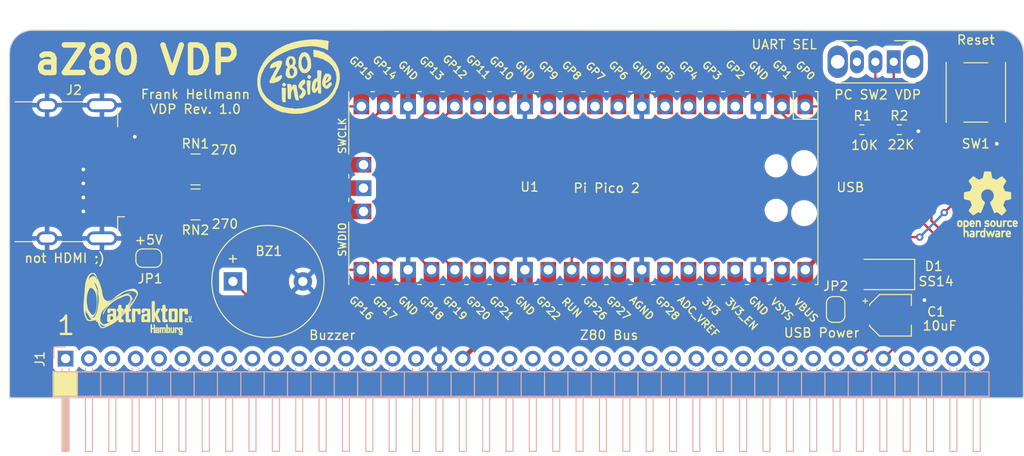
<source format=kicad_pcb>
(kicad_pcb (version 20240108) (generator "pcbnew") (generator_version "8.0")
  (layers (0 "F.Cu" signal) (31 "B.Cu" signal) (34 "B.Paste" user) (35 "F.Paste" user) (36 "B.SilkS" user "B.Silkscreen") (37 "F.SilkS" user "F.Silkscreen") (38 "B.Mask" user) (39 "F.Mask" user) (44 "Edge.Cuts" user))
  (net 0 "")
  (net 1 "/USR4")
  (net 2 "/USR3")
  (net 3 "/USR2")
  (net 4 "/USR1")
  (net 5 "/RX")
  (net 6 "/TX")
  (net 7 "/D7")
  (net 8 "/D6")
  (net 9 "/D5")
  (net 10 "/D4")
  (net 11 "/D3")
  (net 12 "/D2")
  (net 13 "/D1")
  (net 14 "/D0")
  (net 15 "/IORQ")
  (net 16 "/RD")
  (net 17 "/WR")
  (net 18 "/MREQ")
  (net 19 "/CLOCK")
  (net 20 "/RESET")
  (net 21 "/M1")
  (net 22 "VCC")
  (net 23 "GND")
  (net 24 "/A0")
  (net 25 "/A1")
  (net 26 "/A2")
  (net 27 "/A3")
  (net 28 "/A4")
  (net 29 "/A5")
  (net 30 "/A6")
  (net 31 "/A7")
  (net 32 "/A8")
  (net 33 "/A9")
  (net 34 "/A10")
  (net 35 "/A11")
  (net 36 "/A12")
  (net 37 "/A13")
  (net 38 "/A14")
  (net 39 "/A15")
  (net 40 "Net-(BZ1-+)")
  (net 41 "Net-(D1-K)")
  (net 43 "Net-(J2-D0-)")
  (net 44 "/INT")
  (net 47 "Net-(J2-D1-)")
  (net 48 "Net-(J2-D2+)")
  (net 49 "Net-(J2-CK+)")
  (net 50 "Net-(J2-D0+)")
  (net 53 "Net-(J2-CK-)")
  (net 54 "Net-(J2-D1+)")
  (net 55 "Net-(J2-+5V)")
  (net 56 "Net-(J2-D2-)")
  (net 57 "Net-(RN1-R1.2)")
  (net 58 "Net-(RN1-R2.2)")
  (net 59 "Net-(RN1-R3.2)")
  (net 60 "Net-(RN1-R4.2)")
  (net 61 "Net-(RN2-R1.2)")
  (net 62 "Net-(RN2-R4.2)")
  (net 63 "Net-(RN2-R3.2)")
  (net 64 "Net-(RN2-R2.2)")
  (net 65 "Net-(U1-RUN)")
  (net 111 "/TXD")
  (net 112 "/RXD")
  (footprint "Backplane:attraktor" (layer "F.Cu") (at 96.901 104.267)
    (property "Reference" "G***" (hide yes))
    (property "Value" "LOGO" (hide yes))
  )
  (footprint "Backplane:osh_logo" (layer "F.Cu") (at 189.210209 93.403364)
    (property "Reference" "G***" (hide yes))
    (property "Value" "LOGO" (hide yes))
  )
  (footprint "Backplane:Z80_inside" (layer "F.Cu") (at 114.3 79.248)
    (property "Reference" "G***" (hide yes))
    (property "Value" "LOGO" (hide yes))
  )
  (footprint "Jumper:SolderJumper-2_P1.3mm_Open_RoundedPad1.0x1.5mm" (layer "F.Cu") (at 172.72 104.648 -90)
    (property "Reference" "JP2" (at -2.54 0 360) (layer "F.SilkS"))
    (property "Value" "USB Power" (at 2.54 1.524 180) (layer "F.SilkS"))
    (pad "1" smd custom (at -0.65 0 270) (size 1 0.5) (layers "F.Cu" "F.Mask") (net 41 "Net-(D1-K)") (options (clearance outline) (anchor rect)) (primitives (gr_circle (center 0 0.25) (end 0.5 0.25) (width 0) (fill yes)) (gr_circle (center 0 -0.25) (end 0.5 -0.25) (width 0) (fill yes)) (gr_poly (pts (xy 0.5 0.75) (xy 0 0.75) (xy 0 -0.75) (xy 0.5 -0.75)) (width 0) (fill yes))))
    (pad "2" smd custom (at 0.65 0 270) (size 1 0.5) (layers "F.Cu" "F.Mask") (net 22 "VCC") (options (clearance outline) (anchor rect)) (primitives (gr_circle (center 0 0.25) (end 0.5 0.25) (width 0) (fill yes)) (gr_circle (center 0 -0.25) (end 0.5 -0.25) (width 0) (fill yes)) (gr_poly (pts (xy 0 0.75) (xy -0.5 0.75) (xy -0.5 -0.75) (xy 0 -0.75)) (width 0) (fill yes))))
  )
  (footprint "Resistor_SMD:R_Array_Convex_4x0603" (layer "F.Cu") (at 103.124 93.218)
    (property "Reference" "RN2" (at 0 2.794 0) (layer "F.SilkS"))
    (property "Value" "270" (at 3.2004 2.1336 0) (layer "F.SilkS"))
    (pad "1" smd rect (at -0.9 -1.2) (size 0.8 0.5) (layers "F.Cu" "F.Paste" "F.Mask") (net 47 "Net-(J2-D1-)"))
    (pad "2" smd rect (at -0.9 -0.4) (size 0.8 0.4) (layers "F.Cu" "F.Paste" "F.Mask") (net 54 "Net-(J2-D1+)"))
    (pad "3" smd rect (at -0.9 0.4) (size 0.8 0.4) (layers "F.Cu" "F.Paste" "F.Mask") (net 56 "Net-(J2-D2-)"))
    (pad "4" smd rect (at -0.9 1.2) (size 0.8 0.5) (layers "F.Cu" "F.Paste" "F.Mask") (net 48 "Net-(J2-D2+)"))
    (pad "5" smd rect (at 0.9 1.2) (size 0.8 0.5) (layers "F.Cu" "F.Paste" "F.Mask") (net 62 "Net-(RN2-R4.2)"))
    (pad "6" smd rect (at 0.9 0.4) (size 0.8 0.4) (layers "F.Cu" "F.Paste" "F.Mask") (net 63 "Net-(RN2-R3.2)"))
    (pad "7" smd rect (at 0.9 -0.4) (size 0.8 0.4) (layers "F.Cu" "F.Paste" "F.Mask") (net 64 "Net-(RN2-R2.2)"))
    (pad "8" smd rect (at 0.9 -1.2) (size 0.8 0.5) (layers "F.Cu" "F.Paste" "F.Mask") (net 61 "Net-(RN2-R1.2)"))
  )
  (footprint "Diode_SMD:D_SMA" (layer "F.Cu") (at 177.8 100.838 180)
    (property "Reference" "D1" (at -5.588 0.889 360) (layer "F.SilkS"))
    (property "Value" "SS14" (at -5.842 -0.762 0) (layer "F.SilkS"))
    (pad "1" smd roundrect (at -2 0 180) (size 2.5 1.8) (layers "F.Cu" "F.Paste" "F.Mask") (roundrect_rratio 0.1388888889) (net 41 "Net-(D1-K)"))
    (pad "2" smd roundrect (at 2 0 180) (size 2.5 1.8) (layers "F.Cu" "F.Paste" "F.Mask") (roundrect_rratio 0.1388888889) (net 22 "VCC"))
  )
  (footprint "MCU_RaspberryPi_and_Boards:RPi_Pico_SMD_TH" (layer "F.Cu") (at 145.288 91.44 -90)
    (property "Reference" "U1" (at -0.127 5.842 180) (layer "F.SilkS"))
    (property "Value" "Pi Pico 2" (at 0 -2.54 180) (layer "F.SilkS"))
    (fp_text user "GND" (at -12.8 6.35 135) (layer "F.SilkS") (effects (font (size 0.8 0.8))))
    (fp_text user "ADC_VREF" (at 14 -12.5 135) (layer "F.SilkS") (effects (font (size 0.8 0.8))))
    (fp_text user "3V3" (at 12.9 -13.9 135) (layer "F.SilkS") (effects (font (size 0.8 0.8))))
    (fp_text user "SWCLK" (at -5.7 26.2 90) (layer "F.SilkS") (effects (font (size 0.8 0.8))))
    (fp_text user "GP22" (at 13.054 3.81 135) (layer "F.SilkS") (effects (font (size 0.8 0.8))))
    (fp_text user "AGND" (at 13.054 -6.35 135) (layer "F.SilkS") (effects (font (size 0.8 0.8))))
    (fp_text user "GP11" (at -13.2 11.43 135) (layer "F.SilkS") (effects (font (size 0.8 0.8))))
    (fp_text user "VBUS" (at 13.3 -24.2 135) (layer "F.SilkS") (effects (font (size 0.8 0.8))))
    (fp_text user "SWDIO" (at 5.6 26.2 90) (layer "F.SilkS") (effects (font (size 0.8 0.8))))
    (fp_text user "GND" (at -12.8 -6.35 135) (layer "F.SilkS") (effects (font (size 0.8 0.8))))
    (fp_text user "VSYS" (at 13.2 -21.59 135) (layer "F.SilkS") (effects (font (size 0.8 0.8))))
    (fp_text user "GP13" (at -13.054 16.51 135) (layer "F.SilkS") (effects (font (size 0.8 0.8))))
    (fp_text user "GP19" (at 13.054 13.97 135) (layer "F.SilkS") (effects (font (size 0.8 0.8))))
    (fp_text user "GND" (at -12.8 -19.05 135) (layer "F.SilkS") (effects (font (size 0.8 0.8))))
    (fp_text user "GP10" (at -13.054 8.89 135) (layer "F.SilkS") (effects (font (size 0.8 0.8))))
    (fp_text user "RUN" (at 13 1.27 135) (layer "F.SilkS") (effects (font (size 0.8 0.8))))
    (fp_text user "GP1" (at -12.9 -21.6 135) (layer "F.SilkS") (effects (font (size 0.8 0.8))))
    (fp_text user "GND" (at 12.8 -19.05 135) (layer "F.SilkS") (effects (font (size 0.8 0.8))))
    (fp_text user "GP21" (at 13.054 8.9 135) (layer "F.SilkS") (effects (font (size 0.8 0.8))))
    (fp_text user "3V3_EN" (at 13.7 -17.2 135) (layer "F.SilkS") (effects (font (size 0.8 0.8))))
    (fp_text user "GP16" (at 13.054 24.13 135) (layer "F.SilkS") (effects (font (size 0.8 0.8))))
    (fp_text user "GND" (at 12.8 6.35 135) (layer "F.SilkS") (effects (font (size 0.8 0.8))))
    (fp_text user "GP20" (at 13.054 11.43 135) (layer "F.SilkS") (effects (font (size 0.8 0.8))))
    (fp_text user "GP5" (at -12.8 -8.89 135) (layer "F.SilkS") (effects (font (size 0.8 0.8))))
    (fp_text user "GND" (at 12.8 19.05 135) (layer "F.SilkS") (effects (font (size 0.8 0.8))))
    (fp_text user "GP2" (at -12.9 -16.51 135) (layer "F.SilkS") (effects (font (size 0.8 0.8))))
    (fp_text user "GP4" (at -12.8 -11.43 135) (layer "F.SilkS") (effects (font (size 0.8 0.8))))
    (fp_text user "GP15" (at -13.054 24.13 135) (layer "F.SilkS") (effects (font (size 0.8 0.8))))
    (fp_text user "GP8" (at -12.8 1.27 135) (layer "F.SilkS") (effects (font (size 0.8 0.8))))
    (fp_text user "GP28" (at 13.054 -9.144 135) (layer "F.SilkS") (effects (font (size 0.8 0.8))))
    (fp_text user "GND" (at -12.8 19.05 135) (layer "F.SilkS") (effects (font (size 0.8 0.8))))
    (fp_text user "GP0" (at -12.8 -24.13 135) (layer "F.SilkS") (effects (font (size 0.8 0.8))))
    (fp_text user "GP18" (at 13.054 16.51 135) (layer "F.SilkS") (effects (font (size 0.8 0.8))))
    (fp_text user "GP14" (at -13.1 21.59 135) (layer "F.SilkS") (effects (font (size 0.8 0.8))))
    (fp_text user "GP27" (at 13.054 -3.8 135) (layer "F.SilkS") (effects (font (size 0.8 0.8))))
    (fp_text user "GP26" (at 13.054 -1.27 135) (layer "F.SilkS") (effects (font (size 0.8 0.8))))
    (fp_text user "GP7" (at -12.7 -1.3 135) (layer "F.SilkS") (effects (font (size 0.8 0.8))))
    (fp_text user "GP9" (at -12.8 3.81 135) (layer "F.SilkS") (effects (font (size 0.8 0.8))))
    (fp_text user "GP17" (at 13.054 21.59 135) (layer "F.SilkS") (effects (font (size 0.8 0.8))))
    (fp_text user "GP12" (at -13.2 13.97 135) (layer "F.SilkS") (effects (font (size 0.8 0.8))))
    (fp_text user "GP6" (at -12.8 -3.81 135) (layer "F.SilkS") (effects (font (size 0.8 0.8))))
    (fp_text user "GP3" (at -12.8 -13.97 135) (layer "F.SilkS") (effects (font (size 0.8 0.8))))
    (pad "" np_thru_hole oval (at -2.725 -24 270) (size 1.8 1.8) (drill 1.8) (layers "*.Cu" "*.Mask"))
    (pad "" np_thru_hole oval (at -2.425 -20.97 270) (size 1.5 1.5) (drill 1.5) (layers "*.Cu" "*.Mask"))
    (pad "" np_thru_hole oval (at 2.425 -20.97 270) (size 1.5 1.5) (drill 1.5) (layers "*.Cu" "*.Mask"))
    (pad "" np_thru_hole oval (at 2.725 -24 270) (size 1.8 1.8) (drill 1.8) (layers "*.Cu" "*.Mask"))
    (pad "1" thru_hole oval (at -8.89 -24.13 270) (size 1.7 1.7) (drill 1.02) (layers "*.Cu" "*.Mask") (net 112 "/RXD"))
    (pad "1" smd rect (at -8.89 -24.13 270) (size 3.5 1.7) (drill (offset -0.9 0)) (layers "F.Cu" "F.Mask") (net 112 "/RXD"))
    (pad "2" thru_hole oval (at -8.89 -21.59 270) (size 1.7 1.7) (drill 1.02) (layers "*.Cu" "*.Mask") (net 111 "/TXD"))
    (pad "2" smd rect (at -8.89 -21.59 270) (size 3.5 1.7) (drill (offset -0.9 0)) (layers "F.Cu" "F.Mask") (net 111 "/TXD"))
    (pad "3" thru_hole rect (at -8.89 -19.05 270) (size 1.7 1.7) (drill 1.02) (layers "*.Cu" "*.Mask") (net 23 "GND"))
    (pad "3" smd rect (at -8.89 -19.05 270) (size 3.5 1.7) (drill (offset -0.9 0)) (layers "F.Cu" "F.Mask") (net 23 "GND"))
    (pad "4" thru_hole oval (at -8.89 -16.51 270) (size 1.7 1.7) (drill 1.02) (layers "*.Cu" "*.Mask"))
    (pad "4" smd rect (at -8.89 -16.51 270) (size 3.5 1.7) (drill (offset -0.9 0)) (layers "F.Cu" "F.Mask"))
    (pad "5" thru_hole oval (at -8.89 -13.97 270) (size 1.7 1.7) (drill 1.02) (layers "*.Cu" "*.Mask"))
    (pad "5" smd rect (at -8.89 -13.97 270) (size 3.5 1.7) (drill (offset -0.9 0)) (layers "F.Cu" "F.Mask"))
    (pad "6" thru_hole oval (at -8.89 -11.43 270) (size 1.7 1.7) (drill 1.02) (layers "*.Cu" "*.Mask"))
    (pad "6" smd rect (at -8.89 -11.43 270) (size 3.5 1.7) (drill (offset -0.9 0)) (layers "F.Cu" "F.Mask"))
    (pad "7" thru_hole oval (at -8.89 -8.89 270) (size 1.7 1.7) (drill 1.02) (layers "*.Cu" "*.Mask"))
    (pad "7" smd rect (at -8.89 -8.89 270) (size 3.5 1.7) (drill (offset -0.9 0)) (layers "F.Cu" "F.Mask"))
    (pad "8" thru_hole rect (at -8.89 -6.35 270) (size 1.7 1.7) (drill 1.02) (layers "*.Cu" "*.Mask") (net 23 "GND"))
    (pad "8" smd rect (at -8.89 -6.35 270) (size 3.5 1.7) (drill (offset -0.9 0)) (layers "F.Cu" "F.Mask") (net 23 "GND"))
    (pad "9" thru_hole oval (at -8.89 -3.81 270) (size 1.7 1.7) (drill 1.02) (layers "*.Cu" "*.Mask"))
    (pad "9" smd rect (at -8.89 -3.81 270) (size 3.5 1.7) (drill (offset -0.9 0)) (layers "F.Cu" "F.Mask"))
    (pad "10" thru_hole oval (at -8.89 -1.27 270) (size 1.7 1.7) (drill 1.02) (layers "*.Cu" "*.Mask"))
    (pad "10" smd rect (at -8.89 -1.27 270) (size 3.5 1.7) (drill (offset -0.9 0)) (layers "F.Cu" "F.Mask"))
    (pad "11" thru_hole oval (at -8.89 1.27 270) (size 1.7 1.7) (drill 1.02) (layers "*.Cu" "*.Mask"))
    (pad "11" smd rect (at -8.89 1.27 270) (size 3.5 1.7) (drill (offset -0.9 0)) (layers "F.Cu" "F.Mask"))
    (pad "12" thru_hole oval (at -8.89 3.81 270) (size 1.7 1.7) (drill 1.02) (layers "*.Cu" "*.Mask"))
    (pad "12" smd rect (at -8.89 3.81 270) (size 3.5 1.7) (drill (offset -0.9 0)) (layers "F.Cu" "F.Mask"))
    (pad "13" thru_hole rect (at -8.89 6.35 270) (size 1.7 1.7) (drill 1.02) (layers "*.Cu" "*.Mask") (net 23 "GND"))
    (pad "13" smd rect (at -8.89 6.35 270) (size 3.5 1.7) (drill (offset -0.9 0)) (layers "F.Cu" "F.Mask") (net 23 "GND"))
    (pad "14" thru_hole oval (at -8.89 8.89 270) (size 1.7 1.7) (drill 1.02) (layers "*.Cu" "*.Mask"))
    (pad "14" smd rect (at -8.89 8.89 270) (size 3.5 1.7) (drill (offset -0.9 0)) (layers "F.Cu" "F.Mask"))
    (pad "15" thru_hole oval (at -8.89 11.43 270) (size 1.7 1.7) (drill 1.02) (layers "*.Cu" "*.Mask"))
    (pad "15" smd rect (at -8.89 11.43 270) (size 3.5 1.7) (drill (offset -0.9 0)) (layers "F.Cu" "F.Mask"))
    (pad "16" thru_hole oval (at -8.89 13.97 270) (size 1.7 1.7) (drill 1.02) (layers "*.Cu" "*.Mask") (net 60 "Net-(RN1-R4.2)"))
    (pad "16" smd rect (at -8.89 13.97 270) (size 3.5 1.7) (drill (offset -0.9 0)) (layers "F.Cu" "F.Mask") (net 60 "Net-(RN1-R4.2)"))
    (pad "17" thru_hole oval (at -8.89 16.51 270) (size 1.7 1.7) (drill 1.02) (layers "*.Cu" "*.Mask") (net 59 "Net-(RN1-R3.2)"))
    (pad "17" smd rect (at -8.89 16.51 270) (size 3.5 1.7) (drill (offset -0.9 0)) (layers "F.Cu" "F.Mask") (net 59 "Net-(RN1-R3.2)"))
    (pad "18" thru_hole rect (at -8.89 19.05 270) (size 1.7 1.7) (drill 1.02) (layers "*.Cu" "*.Mask") (net 23 "GND"))
    (pad "18" smd rect (at -8.89 19.05 270) (size 3.5 1.7) (drill (offset -0.9 0)) (layers "F.Cu" "F.Mask") (net 23 "GND"))
    (pad "19" thru_hole oval (at -8.89 21.59 270) (size 1.7 1.7) (drill 1.02) (layers "*.Cu" "*.Mask") (net 58 "Net-(RN1-R2.2)"))
    (pad "19" smd rect (at -8.89 21.59 270) (size 3.5 1.7) (drill (offset -0.9 0)) (layers "F.Cu" "F.Mask") (net 58 "Net-(RN1-R2.2)"))
    (pad "20" thru_hole oval (at -8.89 24.13 270) (size 1.7 1.7) (drill 1.02) (layers "*.Cu" "*.Mask") (net 57 "Net-(RN1-R1.2)"))
    (pad "20" smd rect (at -8.89 24.13 270) (size 3.5 1.7) (drill (offset -0.9 0)) (layers "F.Cu" "F.Mask") (net 57 "Net-(RN1-R1.2)"))
    (pad "21" thru_hole oval (at 8.89 24.13 270) (size 1.7 1.7) (drill 1.02) (layers "*.Cu" "*.Mask") (net 62 "Net-(RN2-R4.2)"))
    (pad "21" smd rect (at 8.89 24.13 270) (size 3.5 1.7) (drill (offset 0.9 0)) (layers "F.Cu" "F.Mask") (net 62 "Net-(RN2-R4.2)"))
    (pad "22" thru_hole oval (at 8.89 21.59 270) (size 1.7 1.7) (drill 1.02) (layers "*.Cu" "*.Mask") (net 63 "Net-(RN2-R3.2)"))
    (pad "22" smd rect (at 8.89 21.59 270) (size 3.5 1.7) (drill (offset 0.9 0)) (layers "F.Cu" "F.Mask") (net 63 "Net-(RN2-R3.2)"))
    (pad "23" thru_hole rect (at 8.89 19.05 270) (size 1.7 1.7) (drill 1.02) (layers "*.Cu" "*.Mask") (net 23 "GND"))
    (pad "23" smd rect (at 8.89 19.05 270) (size 3.5 1.7) (drill (offset 0.9 0)) (layers "F.Cu" "F.Mask") (net 23 "GND"))
    (pad "24" thru_hole oval (at 8.89 16.51 270) (size 1.7 1.7) (drill 1.02) (layers "*.Cu" "*.Mask") (net 64 "Net-(RN2-R2.2)"))
    (pad "24" smd rect (at 8.89 16.51 270) (size 3.5 1.7) (drill (offset 0.9 0)) (layers "F.Cu" "F.Mask") (net 64 "Net-(RN2-R2.2)"))
    (pad "25" thru_hole oval (at 8.89 13.97 270) (size 1.7 1.7) (drill 1.02) (layers "*.Cu" "*.Mask") (net 61 "Net-(RN2-R1.2)"))
    (pad "25" smd rect (at 8.89 13.97 270) (size 3.5 1.7) (drill (offset 0.9 0)) (layers "F.Cu" "F.Mask") (net 61 "Net-(RN2-R1.2)"))
    (pad "26" thru_hole oval (at 8.89 11.43 270) (size 1.7 1.7) (drill 1.02) (layers "*.Cu" "*.Mask"))
    (pad "26" smd rect (at 8.89 11.43 270) (size 3.5 1.7) (drill (offset 0.9 0)) (layers "F.Cu" "F.Mask"))
    (pad "27" thru_hole oval (at 8.89 8.89 270) (size 1.7 1.7) (drill 1.02) (layers "*.Cu" "*.Mask"))
    (pad "27" smd rect (at 8.89 8.89 270) (size 3.5 1.7) (drill (offset 0.9 0)) (layers "F.Cu" "F.Mask"))
    (pad "28" thru_hole rect (at 8.89 6.35 270) (size 1.7 1.7) (drill 1.02) (layers "*.Cu" "*.Mask") (net 23 "GND"))
    (pad "28" smd rect (at 8.89 6.35 270) (size 3.5 1.7) (drill (offset 0.9 0)) (layers "F.Cu" "F.Mask") (net 23 "GND"))
    (pad "29" thru_hole oval (at 8.89 3.81 270) (size 1.7 1.7) (drill 1.02) (layers "*.Cu" "*.Mask") (net 40 "Net-(BZ1-+)"))
    (pad "29" smd rect (at 8.89 3.81 270) (size 3.5 1.7) (drill (offset 0.9 0)) (layers "F.Cu" "F.Mask") (net 40 "Net-(BZ1-+)"))
    (pad "30" thru_hole oval (at 8.89 1.27 270) (size 1.7 1.7) (drill 1.02) (layers "*.Cu" "*.Mask") (net 65 "Net-(U1-RUN)"))
    (pad "30" smd rect (at 8.89 1.27 270) (size 3.5 1.7) (drill (offset 0.9 0)) (layers "F.Cu" "F.Mask") (net 65 "Net-(U1-RUN)"))
    (pad "31" thru_hole oval (at 8.89 -1.27 270) (size 1.7 1.7) (drill 1.02) (layers "*.Cu" "*.Mask"))
    (pad "31" smd rect (at 8.89 -1.27 270) (size 3.5 1.7) (drill (offset 0.9 0)) (layers "F.Cu" "F.Mask"))
    (pad "32" thru_hole oval (at 8.89 -3.81 270) (size 1.7 1.7) (drill 1.02) (layers "*.Cu" "*.Mask"))
    (pad "32" smd rect (at 8.89 -3.81 270) (size 3.5 1.7) (drill (offset 0.9 0)) (layers "F.Cu" "F.Mask"))
    (pad "33" thru_hole rect (at 8.89 -6.35 270) (size 1.7 1.7) (drill 1.02) (layers "*.Cu" "*.Mask") (net 23 "GND"))
    (pad "33" smd rect (at 8.89 -6.35 270) (size 3.5 1.7) (drill (offset 0.9 0)) (layers "F.Cu" "F.Mask") (net 23 "GND"))
    (pad "34" thru_hole oval (at 8.89 -8.89 270) (size 1.7 1.7) (drill 1.02) (layers "*.Cu" "*.Mask"))
    (pad "34" smd rect (at 8.89 -8.89 270) (size 3.5 1.7) (drill (offset 0.9 0)) (layers "F.Cu" "F.Mask"))
    (pad "35" thru_hole oval (at 8.89 -11.43 270) (size 1.7 1.7) (drill 1.02) (layers "*.Cu" "*.Mask"))
    (pad "35" smd rect (at 8.89 -11.43 270) (size 3.5 1.7) (drill (offset 0.9 0)) (layers "F.Cu" "F.Mask"))
    (pad "36" thru_hole oval (at 8.89 -13.97 270) (size 1.7 1.7) (drill 1.02) (layers "*.Cu" "*.Mask"))
    (pad "36" smd rect (at 8.89 -13.97 270) (size 3.5 1.7) (drill (offset 0.9 0)) (layers "F.Cu" "F.Mask"))
    (pad "37" thru_hole oval (at 8.89 -16.51 270) (size 1.7 1.7) (drill 1.02) (layers "*.Cu" "*.Mask"))
    (pad "37" smd rect (at 8.89 -16.51 270) (size 3.5 1.7) (drill (offset 0.9 0)) (layers "F.Cu" "F.Mask"))
    (pad "38" thru_hole rect (at 8.89 -19.05 270) (size 1.7 1.7) (drill 1.02) (layers "*.Cu" "*.Mask") (net 23 "GND"))
    (pad "38" smd rect (at 8.89 -19.05 270) (size 3.5 1.7) (drill (offset 0.9 0)) (layers "F.Cu" "F.Mask") (net 23 "GND"))
    (pad "39" thru_hole oval (at 8.89 -21.59 270) (size 1.7 1.7) (drill 1.02) (layers "*.Cu" "*.Mask"))
    (pad "39" smd rect (at 8.89 -21.59 270) (size 3.5 1.7) (drill (offset 0.9 0)) (layers "F.Cu" "F.Mask"))
    (pad "40" thru_hole oval (at 8.89 -24.13 270) (size 1.7 1.7) (drill 1.02) (layers "*.Cu" "*.Mask") (net 41 "Net-(D1-K)"))
    (pad "40" smd rect (at 8.89 -24.13 270) (size 3.5 1.7) (drill (offset 0.9 0)) (layers "F.Cu" "F.Mask") (net 41 "Net-(D1-K)"))
    (pad "41" thru_hole oval (at -2.54 23.9 270) (size 1.7 1.7) (drill 1.02) (layers "*.Cu" "*.Mask"))
    (pad "41" smd rect (at -2.54 23.9) (size 3.5 1.7) (drill (offset -0.9 0)) (layers "F.Cu" "F.Mask"))
    (pad "42" thru_hole rect (at 0 23.9 270) (size 1.7 1.7) (drill 1.02) (layers "*.Cu" "*.Mask"))
    (pad "42" smd rect (at 0 23.9) (size 3.5 1.7) (drill (offset -0.9 0)) (layers "F.Cu" "F.Mask"))
    (pad "43" thru_hole oval (at 2.54 23.9 270) (size 1.7 1.7) (drill 1.02) (layers "*.Cu" "*.Mask"))
    (pad "43" smd rect (at 2.54 23.9) (size 3.5 1.7) (drill (offset -0.9 0)) (layers "F.Cu" "F.Mask"))
  )
  (footprint "Jumper:SolderJumper-2_P1.3mm_Open_RoundedPad1.0x1.5mm" (layer "F.Cu") (at 98.044 99.06)
    (property "Reference" "JP1" (at 0.1524 2.2352 0) (layer "F.SilkS"))
    (property "Value" "+5V" (at 0 -1.9812 0) (layer "F.SilkS"))
    (pad "1" smd custom (at -0.65 0) (size 1 0.5) (layers "F.Cu" "F.Mask") (net 55 "Net-(J2-+5V)") (options (clearance outline) (anchor rect)) (primitives (gr_circle (center 0 0.25) (end 0.5 0.25) (width 0) (fill yes)) (gr_circle (center 0 -0.25) (end 0.5 -0.25) (width 0) (fill yes)) (gr_poly (pts (xy 0.5 0.75) (xy 0 0.75) (xy 0 -0.75) (xy 0.5 -0.75)) (width 0) (fill yes))))
    (pad "2" smd custom (at 0.65 0) (size 1 0.5) (layers "F.Cu" "F.Mask") (net 41 "Net-(D1-K)") (options (clearance outline) (anchor rect)) (primitives (gr_circle (center 0 0.25) (end 0.5 0.25) (width 0) (fill yes)) (gr_circle (center 0 -0.25) (end 0.5 -0.25) (width 0) (fill yes)) (gr_poly (pts (xy 0 0.75) (xy -0.5 0.75) (xy -0.5 -0.75) (xy 0 -0.75)) (width 0) (fill yes))))
  )
  (footprint "Connector_Video:HDMI_A_Molex_208658-1001_Horizontal" (layer "F.Cu") (at 90.424 89.662 180)
    (property "Reference" "J2" (at 0.508 8.89 360) (layer "F.SilkS"))
    (property "Value" "not HDMI ;)" (at 1.524 -9.398 180) (layer "F.SilkS"))
    (pad "1" smd rect (at -3.285 -4.5 180) (size 2.6 0.3) (layers "F.Cu" "F.Paste" "F.Mask") (net 48 "Net-(J2-D2+)"))
    (pad "2" smd rect (at -3.285 -4 180) (size 2.6 0.3) (layers "F.Cu" "F.Paste" "F.Mask") (net 23 "GND"))
    (pad "3" smd rect (at -3.285 -3.5 180) (size 2.6 0.3) (layers "F.Cu" "F.Paste" "F.Mask") (net 56 "Net-(J2-D2-)"))
    (pad "4" smd rect (at -3.285 -3 180) (size 2.6 0.3) (layers "F.Cu" "F.Paste" "F.Mask") (net 54 "Net-(J2-D1+)"))
    (pad "5" smd rect (at -3.285 -2.5 180) (size 2.6 0.3) (layers "F.Cu" "F.Paste" "F.Mask") (net 23 "GND"))
    (pad "6" smd rect (at -3.285 -2 180) (size 2.6 0.3) (layers "F.Cu" "F.Paste" "F.Mask") (net 47 "Net-(J2-D1-)"))
    (pad "7" smd rect (at -3.285 -1.5 180) (size 2.6 0.3) (layers "F.Cu" "F.Paste" "F.Mask") (net 50 "Net-(J2-D0+)"))
    (pad "8" smd rect (at -3.285 -1 180) (size 2.6 0.3) (layers "F.Cu" "F.Paste" "F.Mask") (net 23 "GND"))
    (pad "9" smd rect (at -3.285 -0.5 180) (size 2.6 0.3) (layers "F.Cu" "F.Paste" "F.Mask") (net 43 "Net-(J2-D0-)"))
    (pad "10" smd rect (at -3.285 0 180) (size 2.6 0.3) (layers "F.Cu" "F.Paste" "F.Mask") (net 49 "Net-(J2-CK+)"))
    (pad "11" smd rect (at -3.285 0.5 180) (size 2.6 0.3) (layers "F.Cu" "F.Paste" "F.Mask") (net 23 "GND"))
    (pad "12" smd rect (at -3.285 1 180) (size 2.6 0.3) (layers "F.Cu" "F.Paste" "F.Mask") (net 53 "Net-(J2-CK-)"))
    (pad "13" smd rect (at -3.285 1.5 180) (size 2.6 0.3) (layers "F.Cu" "F.Paste" "F.Mask"))
    (pad "14" smd rect (at -3.285 2 180) (size 2.6 0.3) (layers "F.Cu" "F.Paste" "F.Mask"))
    (pad "15" smd rect (at -3.285 2.5 180) (size 2.6 0.3) (layers "F.Cu" "F.Paste" "F.Mask"))
    (pad "16" smd rect (at -3.285 3 180) (size 2.6 0.3) (layers "F.Cu" "F.Paste" "F.Mask"))
    (pad "17" smd rect (at -3.285 3.5 180) (size 2.6 0.3) (layers "F.Cu" "F.Paste" "F.Mask") (net 23 "GND"))
    (pad "18" smd rect (at -3.285 4 180) (size 2.6 0.3) (layers "F.Cu" "F.Paste" "F.Mask") (net 55 "Net-(J2-+5V)"))
    (pad "19" smd rect (at -3.285 4.5 180) (size 2.6 0.3) (layers "F.Cu" "F.Paste" "F.Mask"))
    (pad "SH" thru_hole oval (at -2.525 -7.25 180) (size 3.3 1.5) (drill oval 2.7 0.9) (layers "*.Cu" "*.Mask") (net 23 "GND"))
    (pad "SH" thru_hole oval (at -2.525 7.25 180) (size 3.3 1.5) (drill oval 2.7 0.9) (layers "*.Cu" "*.Mask") (net 23 "GND"))
    (pad "SH" thru_hole oval (at 3.435 -7.25 180) (size 2.3 1.5) (drill oval 1.7 0.9) (layers "*.Cu" "*.Mask") (net 23 "GND"))
    (pad "SH" thru_hole oval (at 3.435 7.25 180) (size 2.3 1.5) (drill oval 1.7 0.9) (layers "*.Cu" "*.Mask") (net 23 "GND"))
  )
  (footprint "Button_Switch_THT:SW_Slide_SPDT_Angled_CK_OS102011MA1Q" (layer "F.Cu") (at 179.038 77.692 180)
    (property "Reference" "PC SW2 VDP" (at 1.746 -3.588 0) (layer "F.SilkS"))
    (property "Value" "UART SEL" (at 11.906 1.873 0) (layer "F.SilkS"))
    (pad "" thru_hole oval (at -2.1 0 180) (size 2.2 3.5) (drill 1.5) (layers "*.Cu" "*.Mask"))
    (pad "" thru_hole oval (at 6.1 0 180) (size 2.2 3.5) (drill 1.5) (layers "*.Cu" "*.Mask"))
    (pad "1" thru_hole rect (at 0 0 180) (size 1.5 2.5) (drill 0.9) (layers "*.Cu" "*.Mask") (net 5 "/RX"))
    (pad "2" thru_hole oval (at 2 0 180) (size 1.5 2.5) (drill 0.9) (layers "*.Cu" "*.Mask") (net 112 "/RXD"))
    (pad "3" thru_hole oval (at 4 0 180) (size 1.5 2.5) (drill 0.9) (layers "*.Cu" "*.Mask"))
  )
  (footprint "Capacitor_SMD:CP_Elec_4x5.7" (layer "F.Cu") (at 178.689 105.283)
    (property "Reference" "C1" (at 4.953 -0.381 0) (layer "F.SilkS"))
    (property "Value" "10uF" (at 5.334 1.143 0) (layer "F.SilkS"))
    (pad "1" smd roundrect (at -1.8 0) (size 2.6 1.6) (layers "F.Cu" "F.Paste" "F.Mask") (roundrect_rratio 0.15625) (net 22 "VCC"))
    (pad "2" smd roundrect (at 1.8 0) (size 2.6 1.6) (layers "F.Cu" "F.Paste" "F.Mask") (roundrect_rratio 0.15625) (net 23 "GND"))
  )
  (footprint "Resistor_SMD:R_0603_1608Metric" (layer "F.Cu") (at 179.641 85.09)
    (property "Reference" "R2" (at 0 -1.524 0) (layer "F.SilkS"))
    (property "Value" "22K" (at 0.191 1.6256 0) (layer "F.SilkS"))
    (pad "1" smd roundrect (at -0.825 0) (size 0.8 0.95) (layers "F.Cu" "F.Paste" "F.Mask") (net 111 "/TXD"))
    (pad "2" smd roundrect (at 0.825 0) (size 0.8 0.95) (layers "F.Cu" "F.Paste" "F.Mask") (net 23 "GND"))
  )
  (footprint "Resistor_SMD:R_0603_1608Metric" (layer "F.Cu") (at 175.577 85.09)
    (property "Reference" "R1" (at 0.064 -1.524 360) (layer "F.SilkS"))
    (property "Value" "10K" (at 0.2926 1.6764 360) (layer "F.SilkS"))
    (pad "1" smd roundrect (at -0.825 0) (size 0.8 0.95) (layers "F.Cu" "F.Paste" "F.Mask") (net 6 "/TX"))
    (pad "2" smd roundrect (at 0.825 0) (size 0.8 0.95) (layers "F.Cu" "F.Paste" "F.Mask") (net 111 "/TXD"))
  )
  (footprint "Button_Switch_SMD:SW_Push_1P1T_NO_6x6mm_H9.5mm" (layer "F.Cu") (at 187.96 81.026 90)
    (property "Reference" "SW1" (at -5.588 0 180) (layer "F.SilkS"))
    (property "Value" "Reset" (at 5.715 0 180) (layer "F.SilkS"))
    (pad "1" smd rect (at -3.975 -2.25 90) (size 1.55 1.3) (layers "F.Cu" "F.Paste" "F.Mask") (net 65 "Net-(U1-RUN)"))
    (pad "1" smd rect (at 3.975 -2.25 90) (size 1.55 1.3) (layers "F.Cu" "F.Paste" "F.Mask") (net 65 "Net-(U1-RUN)"))
    (pad "2" smd rect (at -3.975 2.25 90) (size 1.55 1.3) (layers "F.Cu" "F.Paste" "F.Mask") (net 23 "GND"))
    (pad "2" smd rect (at 3.975 2.25 90) (size 1.55 1.3) (layers "F.Cu" "F.Paste" "F.Mask") (net 23 "GND"))
  )
  (footprint "Resistor_SMD:R_Array_Convex_4x0603" (layer "F.Cu") (at 103.124 89.408)
    (property "Reference" "RN1" (at 0 -2.8 0) (layer "F.SilkS"))
    (property "Value" "270" (at 3.0988 -2.1336 0) (layer "F.SilkS"))
    (pad "1" smd rect (at -0.9 -1.2) (size 0.8 0.5) (layers "F.Cu" "F.Paste" "F.Mask") (net 53 "Net-(J2-CK-)"))
    (pad "2" smd rect (at -0.9 -0.4) (size 0.8 0.4) (layers "F.Cu" "F.Paste" "F.Mask") (net 49 "Net-(J2-CK+)"))
    (pad "3" smd rect (at -0.9 0.4) (size 0.8 0.4) (layers "F.Cu" "F.Paste" "F.Mask") (net 43 "Net-(J2-D0-)"))
    (pad "4" smd rect (at -0.9 1.2) (size 0.8 0.5) (layers "F.Cu" "F.Paste" "F.Mask") (net 50 "Net-(J2-D0+)"))
    (pad "5" smd rect (at 0.9 1.2) (size 0.8 0.5) (layers "F.Cu" "F.Paste" "F.Mask") (net 60 "Net-(RN1-R4.2)"))
    (pad "6" smd rect (at 0.9 0.4) (size 0.8 0.4) (layers "F.Cu" "F.Paste" "F.Mask") (net 59 "Net-(RN1-R3.2)"))
    (pad "7" smd rect (at 0.9 -0.4) (size 0.8 0.4) (layers "F.Cu" "F.Paste" "F.Mask") (net 58 "Net-(RN1-R2.2)"))
    (pad "8" smd rect (at 0.9 -1.2) (size 0.8 0.5) (layers "F.Cu" "F.Paste" "F.Mask") (net 57 "Net-(RN1-R1.2)"))
  )
  (footprint "Buzzer_Beeper:Buzzer_12x9.5RM7.6" (layer "F.Cu") (at 107.198 101.6)
    (property "Reference" "BZ1" (at 3.9016 -3.302 0) (layer "F.SilkS"))
    (property "Value" "Buzzer" (at 10.785 5.842 0) (layer "F.SilkS"))
    (fp_text user "+" (at -0.01 -2.54 0) (layer "F.SilkS"))
    (pad "1" thru_hole rect (at 0 0) (size 2 2) (drill 1) (layers "*.Cu" "*.Mask") (net 40 "Net-(BZ1-+)"))
    (pad "2" thru_hole circle (at 7.6 0) (size 2 2) (drill 1) (layers "*.Cu" "*.Mask") (net 23 "GND"))
  )
  (footprint "Connector_PinHeader_2.54mm:PinHeader_1x40_P2.54mm_Horizontal" (layer "B.Cu") (at 89 110 -90)
    (property "Reference" "J1" (at 0.05 2.8 90) (layer "F.SilkS"))
    (property "Value" "Z80 Bus" (at -2.558 -59.082 0) (layer "F.SilkS"))
    (pad "1" thru_hole rect (at 0 0 270) (size 1.7 1.7) (drill 1) (layers "*.Cu" "*.Mask") (net 39 "/A15"))
    (pad "2" thru_hole oval (at 0 -2.54 270) (size 1.7 1.7) (drill 1) (layers "*.Cu" "*.Mask") (net 38 "/A14"))
    (pad "3" thru_hole oval (at 0 -5.08 270) (size 1.7 1.7) (drill 1) (layers "*.Cu" "*.Mask") (net 37 "/A13"))
    (pad "4" thru_hole oval (at 0 -7.62 270) (size 1.7 1.7) (drill 1) (layers "*.Cu" "*.Mask") (net 36 "/A12"))
    (pad "5" thru_hole oval (at 0 -10.16 270) (size 1.7 1.7) (drill 1) (layers "*.Cu" "*.Mask") (net 35 "/A11"))
    (pad "6" thru_hole oval (at 0 -12.7 270) (size 1.7 1.7) (drill 1) (layers "*.Cu" "*.Mask") (net 34 "/A10"))
    (pad "7" thru_hole oval (at 0 -15.24 270) (size 1.7 1.7) (drill 1) (layers "*.Cu" "*.Mask") (net 33 "/A9"))
    (pad "8" thru_hole oval (at 0 -17.78 270) (size 1.7 1.7) (drill 1) (layers "*.Cu" "*.Mask") (net 32 "/A8"))
    (pad "9" thru_hole oval (at 0 -20.32 270) (size 1.7 1.7) (drill 1) (layers "*.Cu" "*.Mask") (net 31 "/A7"))
    (pad "10" thru_hole oval (at 0 -22.86 270) (size 1.7 1.7) (drill 1) (layers "*.Cu" "*.Mask") (net 30 "/A6"))
    (pad "11" thru_hole oval (at 0 -25.4 270) (size 1.7 1.7) (drill 1) (layers "*.Cu" "*.Mask") (net 29 "/A5"))
    (pad "12" thru_hole oval (at 0 -27.94 270) (size 1.7 1.7) (drill 1) (layers "*.Cu" "*.Mask") (net 28 "/A4"))
    (pad "13" thru_hole oval (at 0 -30.48 270) (size 1.7 1.7) (drill 1) (layers "*.Cu" "*.Mask") (net 27 "/A3"))
    (pad "14" thru_hole oval (at 0 -33.02 270) (size 1.7 1.7) (drill 1) (layers "*.Cu" "*.Mask") (net 26 "/A2"))
    (pad "15" thru_hole oval (at 0 -35.56 270) (size 1.7 1.7) (drill 1) (layers "*.Cu" "*.Mask") (net 25 "/A1"))
    (pad "16" thru_hole oval (at 0 -38.1 270) (size 1.7 1.7) (drill 1) (layers "*.Cu" "*.Mask") (net 24 "/A0"))
    (pad "17" thru_hole oval (at 0 -40.64 270) (size 1.7 1.7) (drill 1) (layers "*.Cu" "*.Mask") (net 23 "GND"))
    (pad "18" thru_hole oval (at 0 -43.18 270) (size 1.7 1.7) (drill 1) (layers "*.Cu" "*.Mask") (net 22 "VCC"))
    (pad "19" thru_hole oval (at 0 -45.72 270) (size 1.7 1.7) (drill 1) (layers "*.Cu" "*.Mask") (net 21 "/M1"))
    (pad "20" thru_hole oval (at 0 -48.26 270) (size 1.7 1.7) (drill 1) (layers "*.Cu" "*.Mask") (net 20 "/RESET"))
    (pad "21" thru_hole oval (at 0 -50.8 270) (size 1.7 1.7) (drill 1) (layers "*.Cu" "*.Mask") (net 19 "/CLOCK"))
    (pad "22" thru_hole oval (at 0 -53.34 270) (size 1.7 1.7) (drill 1) (layers "*.Cu" "*.Mask") (net 44 "/INT"))
    (pad "23" thru_hole oval (at 0 -55.88 270) (size 1.7 1.7) (drill 1) (layers "*.Cu" "*.Mask") (net 18 "/MREQ"))
    (pad "24" thru_hole oval (at 0 -58.42 270) (size 1.7 1.7) (drill 1) (layers "*.Cu" "*.Mask") (net 17 "/WR"))
    (pad "25" thru_hole oval (at 0 -60.96 270) (size 1.7 1.7) (drill 1) (layers "*.Cu" "*.Mask") (net 16 "/RD"))
    (pad "26" thru_hole oval (at 0 -63.5 270) (size 1.7 1.7) (drill 1) (layers "*.Cu" "*.Mask") (net 15 "/IORQ"))
    (pad "27" thru_hole oval (at 0 -66.04 270) (size 1.7 1.7) (drill 1) (layers "*.Cu" "*.Mask") (net 14 "/D0"))
    (pad "28" thru_hole oval (at 0 -68.58 270) (size 1.7 1.7) (drill 1) (layers "*.Cu" "*.Mask") (net 13 "/D1"))
    (pad "29" thru_hole oval (at 0 -71.12 270) (size 1.7 1.7) (drill 1) (layers "*.Cu" "*.Mask") (net 12 "/D2"))
    (pad "30" thru_hole oval (at 0 -73.66 270) (size 1.7 1.7) (drill 1) (layers "*.Cu" "*.Mask") (net 11 "/D3"))
    (pad "31" thru_hole oval (at 0 -76.2 270) (size 1.7 1.7) (drill 1) (layers "*.Cu" "*.Mask") (net 10 "/D4"))
    (pad "32" thru_hole oval (at 0 -78.74 270) (size 1.7 1.7) (drill 1) (layers "*.Cu" "*.Mask") (net 9 "/D5"))
    (pad "33" thru_hole oval (at 0 -81.28 270) (size 1.7 1.7) (drill 1) (layers "*.Cu" "*.Mask") (net 8 "/D6"))
    (pad "34" thru_hole oval (at 0 -83.82 270) (size 1.7 1.7) (drill 1) (layers "*.Cu" "*.Mask") (net 7 "/D7"))
    (pad "35" thru_hole oval (at 0 -86.36 270) (size 1.7 1.7) (drill 1) (layers "*.Cu" "*.Mask") (net 6 "/TX"))
    (pad "36" thru_hole oval (at 0 -88.9 270) (size 1.7 1.7) (drill 1) (layers "*.Cu" "*.Mask") (net 5 "/RX"))
    (pad "37" thru_hole oval (at 0 -91.44 270) (size 1.7 1.7) (drill 1) (layers "*.Cu" "*.Mask") (net 4 "/USR1"))
    (pad "38" thru_hole oval (at 0 -93.98 270) (size 1.7 1.7) (drill 1) (layers "*.Cu" "*.Mask") (net 3 "/USR2"))
    (pad "39" thru_hole oval (at 0 -96.52 270) (size 1.7 1.7) (drill 1) (layers "*.Cu" "*.Mask") (net 2 "/USR3"))
    (pad "40" thru_hole oval (at 0 -99.06 270) (size 1.7 1.7) (drill 1) (layers "*.Cu" "*.Mask") (net 1 "/USR4"))
  )
  (gr_poly (pts (xy 87.63 111.379) (xy 90.297 111.379) (xy 90.297 114.173) (xy 87.63 114.173)) (stroke (width 0.1)) (fill solid) (layer "F.SilkS"))
  (gr_arc (start 82.9 76.75) (mid 83.632233 74.982233) (end 85.4 74.25) (stroke (width 0.12)) (layer "Edge.Cuts"))
  (gr_arc (start 190.66 74.26) (mid 192.420696 74.989304) (end 193.15 76.75) (stroke (width 0.12)) (layer "Edge.Cuts"))
  (gr_line (start 85.4 74.25) (end 190.66 74.26) (stroke (width 0.12)) (layer "Edge.Cuts"))
  (gr_line (start 193.14 114.276) (end 82.904 114.276) (stroke (width 0.12)) (layer "Edge.Cuts"))
  (gr_line (start 193.15 76.75) (end 193.14 114.276) (stroke (width 0.12)) (layer "Edge.Cuts"))
  (gr_line (start 82.9 114.276) (end 82.9 76.75) (stroke (width 0.12)) (layer "Edge.Cuts"))
  (gr_text "aZ80 VDP" (at 96.8 77.5 0) (layer "F.SilkS") (effects (font (size 3 3) (thickness 0.6))))
  (gr_text "Frank Hellmann\nVDP Rev. 1.0" (at 103.124 82.042 0) (layer "F.SilkS") (effects (font (size 1 1))))
  (gr_text "1" (at 89.05 106.4 0) (layer "F.SilkS") (effects (font (size 2 2) (thickness 0.25))))
  (gr_text "USB" (at 172.72 91.948 0) (layer "F.SilkS") (effects (font (size 1 1)) (justify left bottom)))
  (segment (start 182.98 109.45) (end 182.98 110) (width 0.5) (layer "F.Cu") (net 3))
  (segment (start 183.134 94.996) (end 183.134 84.323) (width 0.25) (layer "F.Cu") (net 5))
  (segment (start 179.038 80.227) (end 179.038 77.692) (width 0.25) (layer "F.Cu") (net 5))
  (segment (start 183.134 84.323) (end 179.038 80.227) (width 0.25) (layer "F.Cu") (net 5))
  (segment (start 184.404 107.95) (end 186.436 105.918) (width 0.25) (layer "F.Cu") (net 5))
  (segment (start 186.436 98.298) (end 183.134 94.996) (width 0.25) (layer "F.Cu") (net 5))
  (segment (start 186.436 105.918) (end 186.436 98.298) (width 0.25) (layer "F.Cu") (net 5))
  (segment (start 177.9 110) (end 179.95 107.95) (width 0.25) (layer "F.Cu") (net 5))
  (segment (start 179.95 107.95) (end 184.404 107.95) (width 0.25) (layer "F.Cu") (net 5))
  (segment (start 178.045 107.315) (end 175.36 110) (width 0.25) (layer "F.Cu") (net 6))
  (segment (start 183.515 107.315) (end 178.045 107.315) (width 0.25) (layer "F.Cu") (net 6))
  (segment (start 174.752 85.852) (end 175.641 86.741) (width 0.25) (layer "F.Cu") (net 6))
  (segment (start 185.293 105.537) (end 183.515 107.315) (width 0.25) (layer "F.Cu") (net 6))
  (segment (start 174.752 85.09) (end 174.752 85.852) (width 0.25) (layer "F.Cu") (net 6))
  (segment (start 185.293 98.298) (end 185.293 105.537) (width 0.25) (layer "F.Cu") (net 6))
  (segment (start 179.451 86.741) (end 181.991 89.281) (width 0.25) (layer "F.Cu") (net 6))
  (segment (start 181.991 89.281) (end 181.991 94.996) (width 0.25) (layer "F.Cu") (net 6))
  (segment (start 175.641 86.741) (end 179.451 86.741) (width 0.25) (layer "F.Cu") (net 6))
  (segment (start 181.991 94.996) (end 185.293 98.298) (width 0.25) (layer "F.Cu") (net 6))
  (segment (start 176.889 105.283) (end 172.735 105.283) (width 0.5) (layer "F.Cu") (net 22))
  (segment (start 174.73 107.696) (end 176.53 105.896) (width 0.5) (layer "F.Cu") (net 22))
  (segment (start 132.18 110) (end 134.484 107.696) (width 0.5) (layer "F.Cu") (net 22))
  (segment (start 172.735 105.283) (end 172.72 105.298) (width 0.5) (layer "F.Cu") (net 22))
  (segment (start 176.53 105.896) (end 176.53 101.568) (width 0.5) (layer "F.Cu") (net 22))
  (segment (start 134.484 107.696) (end 174.73 107.696) (width 0.5) (layer "F.Cu") (net 22))
  (segment (start 176.53 101.568) (end 175.8 100.838) (width 0.5) (layer "F.Cu") (net 22))
  (segment (start 93.709 89.162) (end 91.178 89.162) (width 0.25) (layer "F.Cu") (net 23))
  (segment (start 182.14 103.632) (end 182.372 103.632) (width 0.25) (layer "F.Cu") (net 23))
  (segment (start 93.709 90.662) (end 91.202 90.662) (width 0.25) (layer "F.Cu") (net 23))
  (segment (start 190.21 85.001) (end 190.21 77.051) (width 0.25) (layer "F.Cu") (net 23))
  (segment (start 190.21 86.578) (end 190.246 86.614) (width 0.25) (layer "F.Cu") (net 23))
  (segment (start 182.372 103.654) (end 182.372 103.632) (width 0.25) (layer "F.Cu") (net 23))
  (segment (start 96.21 86.162) (end 96.52 85.852) (width 0.25) (layer "F.Cu") (net 23))
  (segment (start 91.25 93.662) (end 90.932 93.98) (width 0.25) (layer "F.Cu") (net 23))
  (segment (start 181.7116 85.2424) (end 180.6184 85.2424) (width 0.25) (layer "F.Cu") (net 23))
  (segment (start 93.709 86.162) (end 96.21 86.162) (width 0.25) (layer "F.Cu") (net 23))
  (segment (start 91.178 89.162) (end 90.932 89.408) (width 0.25) (layer "F.Cu") (net 23))
  (segment (start 180.489 105.283) (end 182.14 103.632) (width 0.25) (layer "F.Cu") (net 23))
  (segment (start 91.226 92.162) (end 90.932 92.456) (width 0.25) (layer "F.Cu") (net 23))
  (segment (start 93.709 92.162) (end 91.226 92.162) (width 0.25) (layer "F.Cu") (net 23))
  (segment (start 91.202 90.662) (end 90.932 90.932) (width 0.25) (layer "F.Cu") (net 23))
  (segment (start 180.6184 85.2424) (end 180.466 85.09) (width 0.25) (layer "F.Cu") (net 23))
  (segment (start 190.21 85.001) (end 190.21 86.578) (width 0.25) (layer "F.Cu") (net 23))
  (segment (start 93.709 93.662) (end 91.25 93.662) (width 0.25) (layer "F.Cu") (net 23))
  (via (at 90.932 90.932) (size 0.8) (drill 0.4) (layers "F.Cu" "B.Cu") (net 23))
  (via (at 190.246 86.614) (size 0.8) (drill 0.4) (layers "F.Cu" "B.Cu") (net 23))
  (via (at 96.52 85.852) (size 0.8) (drill 0.4) (layers "F.Cu" "B.Cu") (net 23))
  (via (at 90.932 89.408) (size 0.8) (drill 0.4) (layers "F.Cu" "B.Cu") (net 23))
  (via (at 90.932 92.456) (size 0.8) (drill 0.4) (layers "F.Cu" "B.Cu") (net 23))
  (via (at 181.7116 85.2424) (size 0.8) (drill 0.4) (layers "F.Cu" "B.Cu") (net 23))
  (via (at 90.932 93.98) (size 0.8) (drill 0.4) (layers "F.Cu" "B.Cu") (net 23))
  (via (at 182.372 103.632) (size 0.8) (drill 0.4) (layers "F.Cu" "B.Cu") (net 23))
  (segment (start 141.478 102.997) (end 141.478 100.33) (width 0.25) (layer "F.Cu") (net 40))
  (segment (start 109.738 104.14) (end 140.335 104.14) (width 0.25) (layer "F.Cu") (net 40))
  (segment (start 140.335 104.14) (end 141.478 102.997) (width 0.25) (layer "F.Cu") (net 40))
  (segment (start 107.198 101.6) (end 109.738 104.14) (width 0.25) (layer "F.Cu") (net 40))
  (segment (start 177.8 98.044) (end 179.8 100.044) (width 0.5) (layer "F.Cu") (net 41))
  (segment (start 170.038 103.998) (end 169.418 103.378) (width 0.5) (layer "F.Cu") (net 41))
  (segment (start 169.418 103.378) (end 167.64 105.156) (width 0.5) (layer "F.Cu") (net 41))
  (segment (start 169.418 100.33) (end 171.704 98.044) (width 0.5) (layer "F.Cu") (net 41))
  (segment (start 179.8 100.044) (end 179.8 100.838) (width 0.5) (layer "F.Cu") (net 41))
  (segment (start 104.79 105.156) (end 98.694 99.06) (width 0.5) (layer "F.Cu") (net 41))
  (segment (start 167.64 105.156) (end 104.79 105.156) (width 0.5) (layer "F.Cu") (net 41))
  (segment (start 171.704 98.044) (end 177.8 98.044) (width 0.5) (layer "F.Cu") (net 41))
  (segment (start 172.72 103.998) (end 170.038 103.998) (width 0.5) (layer "F.Cu") (net 41))
  (segment (start 169.418 100.33) (end 169.418 103.378) (width 0.5) (layer "F.Cu") (net 41))
  (segment (start 96.02 90.162) (end 93.709 90.162) (width 0.25) (layer "F.Cu") (net 43))
  (segment (start 102.224 89.808) (end 96.374 89.808) (width 0.25) (layer "F.Cu") (net 43))
  (segment (start 96.374 89.808) (end 96.02 90.162) (width 0.25) (layer "F.Cu") (net 43))
  (segment (start 95.472 91.662) (end 93.709 91.662) (width 0.25) (layer "F.Cu") (net 47))
  (segment (start 95.504 91.694) (end 95.472 91.662) (width 0.25) (layer "F.Cu") (net 47))
  (segment (start 102.224 92.018) (end 96.463 92.018) (width 0.25) (layer "F.Cu") (net 47))
  (segment (start 96.139 91.694) (end 95.504 91.694) (width 0.25) (layer "F.Cu") (net 47))
  (segment (start 96.463 92.018) (end 96.139 91.694) (width 0.25) (layer "F.Cu") (net 47))
  (segment (start 102.224 94.418) (end 95.815 94.418) (width 0.25) (layer "F.Cu") (net 48))
  (segment (start 95.559 94.162) (end 93.709 94.162) (width 0.25) (layer "F.Cu") (net 48))
  (segment (start 95.815 94.418) (end 95.559 94.162) (width 0.25) (layer "F.Cu") (net 48))
  (segment (start 102.224 89.008) (end 96.0945 89.008) (width 0.25) (layer "F.Cu") (net 49))
  (segment (start 96.0945 89.008) (end 95.4405 89.662) (width 0.25) (layer "F.Cu") (net 49))
  (segment (start 95.4405 89.662) (end 93.709 89.662) (width 0.25) (layer "F.Cu") (net 49))
  (segment (start 96.717 90.608) (end 96.163 91.162) (width 0.25) (layer "F.Cu") (net 50))
  (segment (start 96.163 91.162) (end 93.709 91.162) (width 0.25) (layer "F.Cu") (net 50))
  (segment (start 102.224 90.608) (end 96.717 90.608) (width 0.25) (layer "F.Cu") (net 50))
  (segment (start 102.224 88.208) (end 95.942 88.208) (width 0.25) (layer "F.Cu") (net 53))
  (segment (start 95.488 88.662) (end 93.709 88.662) (width 0.25) (layer "F.Cu") (net 53))
  (segment (start 95.942 88.208) (end 95.488 88.662) (width 0.25) (layer "F.Cu") (net 53))
  (segment (start 93.709 92.662) (end 96.1672 92.662) (width 0.25) (layer "F.Cu") (net 54))
  (segment (start 96.1672 92.662) (end 96.3168 92.8116) (width 0.25) (layer "F.Cu") (net 54))
  (segment (start 96.5708 92.8116) (end 96.5772 92.818) (width 0.25) (layer "F.Cu") (net 54))
  (segment (start 96.3168 92.8116) (end 96.5708 92.8116) (width 0.25) (layer "F.Cu") (net 54))
  (segment (start 96.5772 92.818) (end 102.224 92.818) (width 0.25) (layer "F.Cu") (net 54))
  (segment (start 92.109 85.662) (end 89.535 88.236) (width 0.25) (layer "F.Cu") (net 55))
  (segment (start 93.709 85.662) (end 92.109 85.662) (width 0.25) (layer "F.Cu") (net 55))
  (segment (start 89.535 88.236) (end 89.535 97.663) (width 0.25) (layer "F.Cu") (net 55))
  (segment (start 90.932 99.06) (end 97.394 99.06) (width 0.25) (layer "F.Cu") (net 55))
  (segment (start 89.535 97.663) (end 90.932 99.06) (width 0.25) (layer "F.Cu") (net 55))
  (segment (start 102.224 93.618) (end 96.158 93.618) (width 0.25) (layer "F.Cu") (net 56))
  (segment (start 95.702 93.162) (end 93.709 93.162) (width 0.25) (layer "F.Cu") (net 56))
  (segment (start 96.158 93.618) (end 95.702 93.162) (width 0.25) (layer "F.Cu") (net 56))
  (segment (start 104.024 88.208) (end 113.849 88.208) (width 0.25) (layer "F.Cu") (net 57))
  (segment (start 119.507 82.55) (end 121.158 82.55) (width 0.25) (layer "F.Cu") (net 57))
  (segment (start 113.849 88.208) (end 119.507 82.55) (width 0.25) (layer "F.Cu") (net 57))
  (segment (start 121.666 84.582) (end 118.491 84.582) (width 0.25) (layer "F.Cu") (net 58))
  (segment (start 123.698 82.55) (end 121.666 84.582) (width 0.25) (layer "F.Cu") (net 58))
  (segment (start 114.065 89.008) (end 104.024 89.008) (width 0.25) (layer "F.Cu") (net 58))
  (segment (start 118.491 84.582) (end 114.065 89.008) (width 0.25) (layer "F.Cu") (net 58))
  (segment (start 128.778 82.55) (end 125.222 86.106) (width 0.25) (layer "F.Cu") (net 59))
  (segment (start 125.222 86.106) (end 118.364 86.106) (width 0.25) (layer "F.Cu") (net 59))
  (segment (start 118.364 86.106) (end 114.662 89.808) (width 0.25) (layer "F.Cu") (net 59))
  (segment (start 114.662 89.808) (end 104.024 89.808) (width 0.25) (layer "F.Cu") (net 59))
  (segment (start 114.878 90.608) (end 104.024 90.608) (width 0.25) (layer "F.Cu") (net 60))
  (segment (start 127 86.868) (end 118.618 86.868) (width 0.25) (layer "F.Cu") (net 60))
  (segment (start 131.318 82.55) (end 127 86.868) (width 0.25) (layer "F.Cu") (net 60))
  (segment (start 118.618 86.868) (end 114.878 90.608) (width 0.25) (layer "F.Cu") (net 60))
  (segment (start 131.318 100.33) (end 127.566 96.578) (width 0.25) (layer "F.Cu") (net 61))
  (segment (start 114.37 92.018) (end 104.024 92.018) (width 0.25) (layer "F.Cu") (net 61))
  (segment (start 127.566 96.578) (end 118.93 96.578) (width 0.25) (layer "F.Cu") (net 61))
  (segment (start 118.93 96.578) (end 114.37 92.018) (width 0.25) (layer "F.Cu") (net 61))
  (segment (start 119.253 100.33) (end 113.341 94.418) (width 0.25) (layer "F.Cu") (net 62))
  (segment (start 113.341 94.418) (end 104.024 94.418) (width 0.25) (layer "F.Cu") (net 62))
  (segment (start 121.158 100.33) (end 119.253 100.33) (width 0.25) (layer "F.Cu") (net 62))
  (segment (start 113.557 93.618) (end 104.024 93.618) (width 0.25) (layer "F.Cu") (net 63))
  (segment (start 118.491 98.552) (end 113.557 93.618) (width 0.25) (layer "F.Cu") (net 63))
  (segment (start 123.698 100.33) (end 122.047 98.679) (width 0.25) (layer "F.Cu") (net 63))
  (segment (start 122.047 98.679) (end 122.047 98.552) (width 0.25) (layer "F.Cu") (net 63))
  (segment (start 122.047 98.552) (end 118.491 98.552) (width 0.25) (layer "F.Cu") (net 63))
  (segment (start 118.618 97.282) (end 114.154 92.818) (width 0.25) (layer "F.Cu") (net 64))
  (segment (start 125.73 97.282) (end 118.618 97.282) (width 0.25) (layer "F.Cu") (net 64))
  (segment (start 114.154 92.818) (end 104.024 92.818) (width 0.25) (layer "F.Cu") (net 64))
  (segment (start 128.778 100.33) (end 125.73 97.282) (width 0.25) (layer "F.Cu") (net 64))
  (segment (start 144.018 99.06) (end 144.526 98.552) (width 0.25) (layer "F.Cu") (net 65))
  (segment (start 177.927 96.774) (end 181.483 96.774) (width 0.25) (layer "F.Cu") (net 65))
  (segment (start 181.737 96.774) (end 181.864 96.774) (width 0.25) (layer "F.Cu") (net 65))
  (segment (start 170.561 96.774) (end 177.927 96.774) (width 0.25) (layer "F.Cu") (net 65))
  (segment (start 181.483 96.774) (end 181.61 96.647) (width 0.25) (layer "F.Cu") (net 65))
  (segment (start 145.034 98.044) (end 168.021 98.044) (width 0.25) (layer "F.Cu") (net 65))
  (segment (start 185.71 92.928) (end 185.71 85.001) (width 0.25) (layer "F.Cu") (net 65))
  (segment (start 185.71 85.001) (end 185.839 85.001) (width 0.25) (layer "F.Cu") (net 65))
  (segment (start 181.61 96.647) (end 181.737 96.774) (width 0.25) (layer "F.Cu") (net 65))
  (segment (start 168.021 98.044) (end 169.291 98.044) (width 0.25) (layer "F.Cu") (net 65))
  (segment (start 170.18 97.155) (end 170.561 96.774) (width 0.25) (layer "F.Cu") (net 65))
  (segment (start 144.018 100.33) (end 144.018 99.06) (width 0.25) (layer "F.Cu") (net 65))
  (segment (start 185.71 85.001) (end 185.71 77.051) (width 0.25) (layer "F.Cu") (net 65))
  (segment (start 185.839 85.001) (end 185.928 85.09) (width 0.25) (layer "F.Cu") (net 65))
  (segment (start 184.531 94.107) (end 185.71 92.928) (width 0.25) (layer "F.Cu") (net 65))
  (segment (start 144.526 98.552) (end 145.034 98.044) (width 0.25) (layer "F.Cu") (net 65))
  (segment (start 169.291 98.044) (end 170.18 97.155) (width 0.25) (layer "F.Cu") (net 65))
  (via (at 184.531 94.107) (size 0.8) (drill 0.4) (layers "F.Cu" "B.Cu") (net 65))
  (via (at 181.864 96.774) (size 0.8) (drill 0.4) (layers "F.Cu" "B.Cu") (net 65))
  (segment (start 181.864 96.774) (end 184.531 94.107) (width 0.25) (layer "B.Cu") (net 65))
  (segment (start 175.26 83.693) (end 176.402 84.835) (width 0.25) (layer "F.Cu") (net 111))
  (segment (start 176.402 85.09) (end 178.816 85.09) (width 0.25) (layer "F.Cu") (net 111))
  (segment (start 167.894 84.328) (end 172.212 84.328) (width 0.25) (layer "F.Cu") (net 111))
  (segment (start 166.878 82.55) (end 166.878 83.312) (width 0.25) (layer "F.Cu") (net 111))
  (segment (start 172.212 84.328) (end 172.847 83.693) (width 0.25) (layer "F.Cu") (net 111))
  (segment (start 176.402 84.835) (end 176.402 85.09) (width 0.25) (layer "F.Cu") (net 111))
  (segment (start 166.878 83.312) (end 167.894 84.328) (width 0.25) (layer "F.Cu") (net 111))
  (segment (start 172.847 83.693) (end 175.26 83.693) (width 0.25) (layer "F.Cu") (net 111))
  (segment (start 174.244 82.55) (end 169.418 82.55) (width 0.25) (layer "F.Cu") (net 112))
  (segment (start 177.038 79.756) (end 174.244 82.55) (width 0.25) (layer "F.Cu") (net 112))
  (segment (start 177.038 77.692) (end 177.038 79.756) (width 0.25) (layer "F.Cu") (net 112))
  (zone (net 23) (net_name "GND") (layer "B.Cu") (connect_pads (clearance 0.508)) (min_thickness 0.254) (fill yes (thermal_gap 0.508) (thermal_bridge_width 0.508))
    (polygon (pts (xy 82.9 114.3) (xy 82.85 74.3) (xy 193.1 74.35) (xy 193.1 114.25)))
  )
)
</source>
